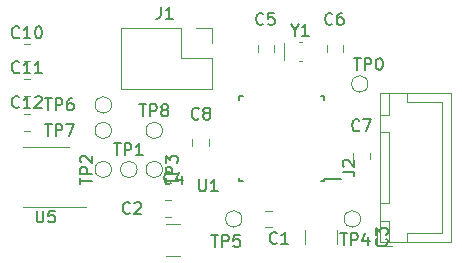
<source format=gbr>
G04 #@! TF.GenerationSoftware,KiCad,Pcbnew,(5.1.4)-1*
G04 #@! TF.CreationDate,2020-02-08T13:17:21-05:00*
G04 #@! TF.ProjectId,Torchic,546f7263-6869-4632-9e6b-696361645f70,rev?*
G04 #@! TF.SameCoordinates,Original*
G04 #@! TF.FileFunction,Legend,Top*
G04 #@! TF.FilePolarity,Positive*
%FSLAX46Y46*%
G04 Gerber Fmt 4.6, Leading zero omitted, Abs format (unit mm)*
G04 Created by KiCad (PCBNEW (5.1.4)-1) date 2020-02-08 13:17:21*
%MOMM*%
%LPD*%
G04 APERTURE LIST*
%ADD10C,0.120000*%
%ADD11C,0.150000*%
G04 APERTURE END LIST*
D10*
X93389000Y-59539000D02*
X94639000Y-59539000D01*
X93389000Y-58289000D02*
X93389000Y-59539000D01*
X98889000Y-47389000D02*
X98889000Y-52939000D01*
X95939000Y-47389000D02*
X98889000Y-47389000D01*
X95939000Y-46639000D02*
X95939000Y-47389000D01*
X98889000Y-58489000D02*
X98889000Y-52939000D01*
X95939000Y-58489000D02*
X98889000Y-58489000D01*
X95939000Y-59239000D02*
X95939000Y-58489000D01*
X93689000Y-46639000D02*
X93689000Y-48439000D01*
X94439000Y-46639000D02*
X93689000Y-46639000D01*
X94439000Y-48439000D02*
X94439000Y-46639000D01*
X93689000Y-48439000D02*
X94439000Y-48439000D01*
X93689000Y-57439000D02*
X93689000Y-59239000D01*
X94439000Y-57439000D02*
X93689000Y-57439000D01*
X94439000Y-59239000D02*
X94439000Y-57439000D01*
X93689000Y-59239000D02*
X94439000Y-59239000D01*
X93689000Y-49939000D02*
X93689000Y-55939000D01*
X94439000Y-49939000D02*
X93689000Y-49939000D01*
X94439000Y-55939000D02*
X94439000Y-49939000D01*
X93689000Y-55939000D02*
X94439000Y-55939000D01*
X93679000Y-46629000D02*
X93679000Y-59249000D01*
X99649000Y-46629000D02*
X93679000Y-46629000D01*
X99649000Y-59249000D02*
X99649000Y-46629000D01*
X93679000Y-59249000D02*
X99649000Y-59249000D01*
X75561436Y-60415000D02*
X76765564Y-60415000D01*
X75561436Y-57695000D02*
X76765564Y-57695000D01*
X87286000Y-58198936D02*
X87286000Y-59403064D01*
X90006000Y-58198936D02*
X90006000Y-59403064D01*
X85568800Y-42353800D02*
X85568800Y-43853800D01*
X86768800Y-43903800D02*
X87068800Y-43903800D01*
X86768800Y-42303800D02*
X87068800Y-42303800D01*
X65343000Y-56281000D02*
X68793000Y-56281000D01*
X65343000Y-56281000D02*
X63393000Y-56281000D01*
X65343000Y-51161000D02*
X67293000Y-51161000D01*
X65343000Y-51161000D02*
X63393000Y-51161000D01*
X63492748Y-49790000D02*
X64015252Y-49790000D01*
X63492748Y-48370000D02*
X64015252Y-48370000D01*
X63492748Y-46840000D02*
X64015252Y-46840000D01*
X63492748Y-45420000D02*
X64015252Y-45420000D01*
X63492748Y-43890000D02*
X64015252Y-43890000D01*
X63492748Y-42470000D02*
X64015252Y-42470000D01*
D11*
X88950000Y-53878000D02*
X90375000Y-53878000D01*
X81700000Y-54103000D02*
X82025000Y-54103000D01*
X81700000Y-46853000D02*
X82025000Y-46853000D01*
X88950000Y-46853000D02*
X88625000Y-46853000D01*
X88950000Y-54103000D02*
X88625000Y-54103000D01*
X88950000Y-46853000D02*
X88950000Y-47178000D01*
X81700000Y-46853000D02*
X81700000Y-47178000D01*
X81700000Y-54103000D02*
X81700000Y-53778000D01*
X88950000Y-54103000D02*
X88950000Y-53878000D01*
D10*
X75249000Y-49784000D02*
G75*
G03X75249000Y-49784000I-700000J0D01*
G01*
X70931000Y-49784000D02*
G75*
G03X70931000Y-49784000I-700000J0D01*
G01*
X70931000Y-47625000D02*
G75*
G03X70931000Y-47625000I-700000J0D01*
G01*
X81980000Y-57277000D02*
G75*
G03X81980000Y-57277000I-700000J0D01*
G01*
X92013000Y-57277000D02*
G75*
G03X92013000Y-57277000I-700000J0D01*
G01*
X75249000Y-53086000D02*
G75*
G03X75249000Y-53086000I-700000J0D01*
G01*
X70931000Y-53086000D02*
G75*
G03X70931000Y-53086000I-700000J0D01*
G01*
X73090000Y-53086000D02*
G75*
G03X73090000Y-53086000I-700000J0D01*
G01*
X92648000Y-45847000D02*
G75*
G03X92648000Y-45847000I-700000J0D01*
G01*
X84471252Y-56567000D02*
X83948748Y-56567000D01*
X84471252Y-57987000D02*
X83948748Y-57987000D01*
X91365000Y-51681748D02*
X91365000Y-52204252D01*
X92785000Y-51681748D02*
X92785000Y-52204252D01*
X77776000Y-50547748D02*
X77776000Y-51070252D01*
X79196000Y-50547748D02*
X79196000Y-51070252D01*
X84707800Y-43102052D02*
X84707800Y-42579548D01*
X83287800Y-43102052D02*
X83287800Y-42579548D01*
X90549800Y-43102052D02*
X90549800Y-42579548D01*
X89129800Y-43102052D02*
X89129800Y-42579548D01*
X75430748Y-57098000D02*
X75953252Y-57098000D01*
X75430748Y-55678000D02*
X75953252Y-55678000D01*
X79435000Y-41088000D02*
X79435000Y-42418000D01*
X78105000Y-41088000D02*
X79435000Y-41088000D01*
X79435000Y-43688000D02*
X79435000Y-46288000D01*
X76835000Y-43688000D02*
X79435000Y-43688000D01*
X76835000Y-41088000D02*
X76835000Y-43688000D01*
X79435000Y-46288000D02*
X71695000Y-46288000D01*
X76835000Y-41088000D02*
X71695000Y-41088000D01*
X71695000Y-41088000D02*
X71695000Y-46288000D01*
D11*
X90491380Y-53272333D02*
X91205666Y-53272333D01*
X91348523Y-53319952D01*
X91443761Y-53415190D01*
X91491380Y-53558047D01*
X91491380Y-53653285D01*
X90586619Y-52843761D02*
X90539000Y-52796142D01*
X90491380Y-52700904D01*
X90491380Y-52462809D01*
X90539000Y-52367571D01*
X90586619Y-52319952D01*
X90681857Y-52272333D01*
X90777095Y-52272333D01*
X90919952Y-52319952D01*
X91491380Y-52891380D01*
X91491380Y-52272333D01*
X75996833Y-54212142D02*
X75949214Y-54259761D01*
X75806357Y-54307380D01*
X75711119Y-54307380D01*
X75568261Y-54259761D01*
X75473023Y-54164523D01*
X75425404Y-54069285D01*
X75377785Y-53878809D01*
X75377785Y-53735952D01*
X75425404Y-53545476D01*
X75473023Y-53450238D01*
X75568261Y-53355000D01*
X75711119Y-53307380D01*
X75806357Y-53307380D01*
X75949214Y-53355000D01*
X75996833Y-53402619D01*
X76853976Y-53640714D02*
X76853976Y-54307380D01*
X76615880Y-53259761D02*
X76377785Y-53974047D01*
X76996833Y-53974047D01*
X94203142Y-58967666D02*
X94250761Y-59015285D01*
X94298380Y-59158142D01*
X94298380Y-59253380D01*
X94250761Y-59396238D01*
X94155523Y-59491476D01*
X94060285Y-59539095D01*
X93869809Y-59586714D01*
X93726952Y-59586714D01*
X93536476Y-59539095D01*
X93441238Y-59491476D01*
X93346000Y-59396238D01*
X93298380Y-59253380D01*
X93298380Y-59158142D01*
X93346000Y-59015285D01*
X93393619Y-58967666D01*
X93298380Y-58634333D02*
X93298380Y-58015285D01*
X93679333Y-58348619D01*
X93679333Y-58205761D01*
X93726952Y-58110523D01*
X93774571Y-58062904D01*
X93869809Y-58015285D01*
X94107904Y-58015285D01*
X94203142Y-58062904D01*
X94250761Y-58110523D01*
X94298380Y-58205761D01*
X94298380Y-58491476D01*
X94250761Y-58586714D01*
X94203142Y-58634333D01*
X86442609Y-41279990D02*
X86442609Y-41756180D01*
X86109276Y-40756180D02*
X86442609Y-41279990D01*
X86775942Y-40756180D01*
X87633085Y-41756180D02*
X87061657Y-41756180D01*
X87347371Y-41756180D02*
X87347371Y-40756180D01*
X87252133Y-40899038D01*
X87156895Y-40994276D01*
X87061657Y-41041895D01*
X64581095Y-56573380D02*
X64581095Y-57382904D01*
X64628714Y-57478142D01*
X64676333Y-57525761D01*
X64771571Y-57573380D01*
X64962047Y-57573380D01*
X65057285Y-57525761D01*
X65104904Y-57478142D01*
X65152523Y-57382904D01*
X65152523Y-56573380D01*
X66104904Y-56573380D02*
X65628714Y-56573380D01*
X65581095Y-57049571D01*
X65628714Y-57001952D01*
X65723952Y-56954333D01*
X65962047Y-56954333D01*
X66057285Y-57001952D01*
X66104904Y-57049571D01*
X66152523Y-57144809D01*
X66152523Y-57382904D01*
X66104904Y-57478142D01*
X66057285Y-57525761D01*
X65962047Y-57573380D01*
X65723952Y-57573380D01*
X65628714Y-57525761D01*
X65581095Y-57478142D01*
X63111142Y-47787142D02*
X63063523Y-47834761D01*
X62920666Y-47882380D01*
X62825428Y-47882380D01*
X62682571Y-47834761D01*
X62587333Y-47739523D01*
X62539714Y-47644285D01*
X62492095Y-47453809D01*
X62492095Y-47310952D01*
X62539714Y-47120476D01*
X62587333Y-47025238D01*
X62682571Y-46930000D01*
X62825428Y-46882380D01*
X62920666Y-46882380D01*
X63063523Y-46930000D01*
X63111142Y-46977619D01*
X64063523Y-47882380D02*
X63492095Y-47882380D01*
X63777809Y-47882380D02*
X63777809Y-46882380D01*
X63682571Y-47025238D01*
X63587333Y-47120476D01*
X63492095Y-47168095D01*
X64444476Y-46977619D02*
X64492095Y-46930000D01*
X64587333Y-46882380D01*
X64825428Y-46882380D01*
X64920666Y-46930000D01*
X64968285Y-46977619D01*
X65015904Y-47072857D01*
X65015904Y-47168095D01*
X64968285Y-47310952D01*
X64396857Y-47882380D01*
X65015904Y-47882380D01*
X63111142Y-44837142D02*
X63063523Y-44884761D01*
X62920666Y-44932380D01*
X62825428Y-44932380D01*
X62682571Y-44884761D01*
X62587333Y-44789523D01*
X62539714Y-44694285D01*
X62492095Y-44503809D01*
X62492095Y-44360952D01*
X62539714Y-44170476D01*
X62587333Y-44075238D01*
X62682571Y-43980000D01*
X62825428Y-43932380D01*
X62920666Y-43932380D01*
X63063523Y-43980000D01*
X63111142Y-44027619D01*
X64063523Y-44932380D02*
X63492095Y-44932380D01*
X63777809Y-44932380D02*
X63777809Y-43932380D01*
X63682571Y-44075238D01*
X63587333Y-44170476D01*
X63492095Y-44218095D01*
X65015904Y-44932380D02*
X64444476Y-44932380D01*
X64730190Y-44932380D02*
X64730190Y-43932380D01*
X64634952Y-44075238D01*
X64539714Y-44170476D01*
X64444476Y-44218095D01*
X63111142Y-41887142D02*
X63063523Y-41934761D01*
X62920666Y-41982380D01*
X62825428Y-41982380D01*
X62682571Y-41934761D01*
X62587333Y-41839523D01*
X62539714Y-41744285D01*
X62492095Y-41553809D01*
X62492095Y-41410952D01*
X62539714Y-41220476D01*
X62587333Y-41125238D01*
X62682571Y-41030000D01*
X62825428Y-40982380D01*
X62920666Y-40982380D01*
X63063523Y-41030000D01*
X63111142Y-41077619D01*
X64063523Y-41982380D02*
X63492095Y-41982380D01*
X63777809Y-41982380D02*
X63777809Y-40982380D01*
X63682571Y-41125238D01*
X63587333Y-41220476D01*
X63492095Y-41268095D01*
X64682571Y-40982380D02*
X64777809Y-40982380D01*
X64873047Y-41030000D01*
X64920666Y-41077619D01*
X64968285Y-41172857D01*
X65015904Y-41363333D01*
X65015904Y-41601428D01*
X64968285Y-41791904D01*
X64920666Y-41887142D01*
X64873047Y-41934761D01*
X64777809Y-41982380D01*
X64682571Y-41982380D01*
X64587333Y-41934761D01*
X64539714Y-41887142D01*
X64492095Y-41791904D01*
X64444476Y-41601428D01*
X64444476Y-41363333D01*
X64492095Y-41172857D01*
X64539714Y-41077619D01*
X64587333Y-41030000D01*
X64682571Y-40982380D01*
X78359095Y-53935380D02*
X78359095Y-54744904D01*
X78406714Y-54840142D01*
X78454333Y-54887761D01*
X78549571Y-54935380D01*
X78740047Y-54935380D01*
X78835285Y-54887761D01*
X78882904Y-54840142D01*
X78930523Y-54744904D01*
X78930523Y-53935380D01*
X79930523Y-54935380D02*
X79359095Y-54935380D01*
X79644809Y-54935380D02*
X79644809Y-53935380D01*
X79549571Y-54078238D01*
X79454333Y-54173476D01*
X79359095Y-54221095D01*
X73287095Y-47585380D02*
X73858523Y-47585380D01*
X73572809Y-48585380D02*
X73572809Y-47585380D01*
X74191857Y-48585380D02*
X74191857Y-47585380D01*
X74572809Y-47585380D01*
X74668047Y-47633000D01*
X74715666Y-47680619D01*
X74763285Y-47775857D01*
X74763285Y-47918714D01*
X74715666Y-48013952D01*
X74668047Y-48061571D01*
X74572809Y-48109190D01*
X74191857Y-48109190D01*
X75334714Y-48013952D02*
X75239476Y-47966333D01*
X75191857Y-47918714D01*
X75144238Y-47823476D01*
X75144238Y-47775857D01*
X75191857Y-47680619D01*
X75239476Y-47633000D01*
X75334714Y-47585380D01*
X75525190Y-47585380D01*
X75620428Y-47633000D01*
X75668047Y-47680619D01*
X75715666Y-47775857D01*
X75715666Y-47823476D01*
X75668047Y-47918714D01*
X75620428Y-47966333D01*
X75525190Y-48013952D01*
X75334714Y-48013952D01*
X75239476Y-48061571D01*
X75191857Y-48109190D01*
X75144238Y-48204428D01*
X75144238Y-48394904D01*
X75191857Y-48490142D01*
X75239476Y-48537761D01*
X75334714Y-48585380D01*
X75525190Y-48585380D01*
X75620428Y-48537761D01*
X75668047Y-48490142D01*
X75715666Y-48394904D01*
X75715666Y-48204428D01*
X75668047Y-48109190D01*
X75620428Y-48061571D01*
X75525190Y-48013952D01*
X65286095Y-49236380D02*
X65857523Y-49236380D01*
X65571809Y-50236380D02*
X65571809Y-49236380D01*
X66190857Y-50236380D02*
X66190857Y-49236380D01*
X66571809Y-49236380D01*
X66667047Y-49284000D01*
X66714666Y-49331619D01*
X66762285Y-49426857D01*
X66762285Y-49569714D01*
X66714666Y-49664952D01*
X66667047Y-49712571D01*
X66571809Y-49760190D01*
X66190857Y-49760190D01*
X67095619Y-49236380D02*
X67762285Y-49236380D01*
X67333714Y-50236380D01*
X65286095Y-47077380D02*
X65857523Y-47077380D01*
X65571809Y-48077380D02*
X65571809Y-47077380D01*
X66190857Y-48077380D02*
X66190857Y-47077380D01*
X66571809Y-47077380D01*
X66667047Y-47125000D01*
X66714666Y-47172619D01*
X66762285Y-47267857D01*
X66762285Y-47410714D01*
X66714666Y-47505952D01*
X66667047Y-47553571D01*
X66571809Y-47601190D01*
X66190857Y-47601190D01*
X67619428Y-47077380D02*
X67428952Y-47077380D01*
X67333714Y-47125000D01*
X67286095Y-47172619D01*
X67190857Y-47315476D01*
X67143238Y-47505952D01*
X67143238Y-47886904D01*
X67190857Y-47982142D01*
X67238476Y-48029761D01*
X67333714Y-48077380D01*
X67524190Y-48077380D01*
X67619428Y-48029761D01*
X67667047Y-47982142D01*
X67714666Y-47886904D01*
X67714666Y-47648809D01*
X67667047Y-47553571D01*
X67619428Y-47505952D01*
X67524190Y-47458333D01*
X67333714Y-47458333D01*
X67238476Y-47505952D01*
X67190857Y-47553571D01*
X67143238Y-47648809D01*
X79383095Y-58634380D02*
X79954523Y-58634380D01*
X79668809Y-59634380D02*
X79668809Y-58634380D01*
X80287857Y-59634380D02*
X80287857Y-58634380D01*
X80668809Y-58634380D01*
X80764047Y-58682000D01*
X80811666Y-58729619D01*
X80859285Y-58824857D01*
X80859285Y-58967714D01*
X80811666Y-59062952D01*
X80764047Y-59110571D01*
X80668809Y-59158190D01*
X80287857Y-59158190D01*
X81764047Y-58634380D02*
X81287857Y-58634380D01*
X81240238Y-59110571D01*
X81287857Y-59062952D01*
X81383095Y-59015333D01*
X81621190Y-59015333D01*
X81716428Y-59062952D01*
X81764047Y-59110571D01*
X81811666Y-59205809D01*
X81811666Y-59443904D01*
X81764047Y-59539142D01*
X81716428Y-59586761D01*
X81621190Y-59634380D01*
X81383095Y-59634380D01*
X81287857Y-59586761D01*
X81240238Y-59539142D01*
X90305095Y-58507380D02*
X90876523Y-58507380D01*
X90590809Y-59507380D02*
X90590809Y-58507380D01*
X91209857Y-59507380D02*
X91209857Y-58507380D01*
X91590809Y-58507380D01*
X91686047Y-58555000D01*
X91733666Y-58602619D01*
X91781285Y-58697857D01*
X91781285Y-58840714D01*
X91733666Y-58935952D01*
X91686047Y-58983571D01*
X91590809Y-59031190D01*
X91209857Y-59031190D01*
X92638428Y-58840714D02*
X92638428Y-59507380D01*
X92400333Y-58459761D02*
X92162238Y-59174047D01*
X92781285Y-59174047D01*
X75525380Y-54347904D02*
X75525380Y-53776476D01*
X76525380Y-54062190D02*
X75525380Y-54062190D01*
X76525380Y-53443142D02*
X75525380Y-53443142D01*
X75525380Y-53062190D01*
X75573000Y-52966952D01*
X75620619Y-52919333D01*
X75715857Y-52871714D01*
X75858714Y-52871714D01*
X75953952Y-52919333D01*
X76001571Y-52966952D01*
X76049190Y-53062190D01*
X76049190Y-53443142D01*
X75525380Y-52538380D02*
X75525380Y-51919333D01*
X75906333Y-52252666D01*
X75906333Y-52109809D01*
X75953952Y-52014571D01*
X76001571Y-51966952D01*
X76096809Y-51919333D01*
X76334904Y-51919333D01*
X76430142Y-51966952D01*
X76477761Y-52014571D01*
X76525380Y-52109809D01*
X76525380Y-52395523D01*
X76477761Y-52490761D01*
X76430142Y-52538380D01*
X68286380Y-54347904D02*
X68286380Y-53776476D01*
X69286380Y-54062190D02*
X68286380Y-54062190D01*
X69286380Y-53443142D02*
X68286380Y-53443142D01*
X68286380Y-53062190D01*
X68334000Y-52966952D01*
X68381619Y-52919333D01*
X68476857Y-52871714D01*
X68619714Y-52871714D01*
X68714952Y-52919333D01*
X68762571Y-52966952D01*
X68810190Y-53062190D01*
X68810190Y-53443142D01*
X68381619Y-52490761D02*
X68334000Y-52443142D01*
X68286380Y-52347904D01*
X68286380Y-52109809D01*
X68334000Y-52014571D01*
X68381619Y-51966952D01*
X68476857Y-51919333D01*
X68572095Y-51919333D01*
X68714952Y-51966952D01*
X69286380Y-52538380D01*
X69286380Y-51919333D01*
X71128095Y-50887380D02*
X71699523Y-50887380D01*
X71413809Y-51887380D02*
X71413809Y-50887380D01*
X72032857Y-51887380D02*
X72032857Y-50887380D01*
X72413809Y-50887380D01*
X72509047Y-50935000D01*
X72556666Y-50982619D01*
X72604285Y-51077857D01*
X72604285Y-51220714D01*
X72556666Y-51315952D01*
X72509047Y-51363571D01*
X72413809Y-51411190D01*
X72032857Y-51411190D01*
X73556666Y-51887380D02*
X72985238Y-51887380D01*
X73270952Y-51887380D02*
X73270952Y-50887380D01*
X73175714Y-51030238D01*
X73080476Y-51125476D01*
X72985238Y-51173095D01*
X91448095Y-43648380D02*
X92019523Y-43648380D01*
X91733809Y-44648380D02*
X91733809Y-43648380D01*
X92352857Y-44648380D02*
X92352857Y-43648380D01*
X92733809Y-43648380D01*
X92829047Y-43696000D01*
X92876666Y-43743619D01*
X92924285Y-43838857D01*
X92924285Y-43981714D01*
X92876666Y-44076952D01*
X92829047Y-44124571D01*
X92733809Y-44172190D01*
X92352857Y-44172190D01*
X93543333Y-43648380D02*
X93638571Y-43648380D01*
X93733809Y-43696000D01*
X93781428Y-43743619D01*
X93829047Y-43838857D01*
X93876666Y-44029333D01*
X93876666Y-44267428D01*
X93829047Y-44457904D01*
X93781428Y-44553142D01*
X93733809Y-44600761D01*
X93638571Y-44648380D01*
X93543333Y-44648380D01*
X93448095Y-44600761D01*
X93400476Y-44553142D01*
X93352857Y-44457904D01*
X93305238Y-44267428D01*
X93305238Y-44029333D01*
X93352857Y-43838857D01*
X93400476Y-43743619D01*
X93448095Y-43696000D01*
X93543333Y-43648380D01*
X84923333Y-59285142D02*
X84875714Y-59332761D01*
X84732857Y-59380380D01*
X84637619Y-59380380D01*
X84494761Y-59332761D01*
X84399523Y-59237523D01*
X84351904Y-59142285D01*
X84304285Y-58951809D01*
X84304285Y-58808952D01*
X84351904Y-58618476D01*
X84399523Y-58523238D01*
X84494761Y-58428000D01*
X84637619Y-58380380D01*
X84732857Y-58380380D01*
X84875714Y-58428000D01*
X84923333Y-58475619D01*
X85875714Y-59380380D02*
X85304285Y-59380380D01*
X85590000Y-59380380D02*
X85590000Y-58380380D01*
X85494761Y-58523238D01*
X85399523Y-58618476D01*
X85304285Y-58666095D01*
X91908333Y-49760142D02*
X91860714Y-49807761D01*
X91717857Y-49855380D01*
X91622619Y-49855380D01*
X91479761Y-49807761D01*
X91384523Y-49712523D01*
X91336904Y-49617285D01*
X91289285Y-49426809D01*
X91289285Y-49283952D01*
X91336904Y-49093476D01*
X91384523Y-48998238D01*
X91479761Y-48903000D01*
X91622619Y-48855380D01*
X91717857Y-48855380D01*
X91860714Y-48903000D01*
X91908333Y-48950619D01*
X92241666Y-48855380D02*
X92908333Y-48855380D01*
X92479761Y-49855380D01*
X78319333Y-48762142D02*
X78271714Y-48809761D01*
X78128857Y-48857380D01*
X78033619Y-48857380D01*
X77890761Y-48809761D01*
X77795523Y-48714523D01*
X77747904Y-48619285D01*
X77700285Y-48428809D01*
X77700285Y-48285952D01*
X77747904Y-48095476D01*
X77795523Y-48000238D01*
X77890761Y-47905000D01*
X78033619Y-47857380D01*
X78128857Y-47857380D01*
X78271714Y-47905000D01*
X78319333Y-47952619D01*
X78890761Y-48285952D02*
X78795523Y-48238333D01*
X78747904Y-48190714D01*
X78700285Y-48095476D01*
X78700285Y-48047857D01*
X78747904Y-47952619D01*
X78795523Y-47905000D01*
X78890761Y-47857380D01*
X79081238Y-47857380D01*
X79176476Y-47905000D01*
X79224095Y-47952619D01*
X79271714Y-48047857D01*
X79271714Y-48095476D01*
X79224095Y-48190714D01*
X79176476Y-48238333D01*
X79081238Y-48285952D01*
X78890761Y-48285952D01*
X78795523Y-48333571D01*
X78747904Y-48381190D01*
X78700285Y-48476428D01*
X78700285Y-48666904D01*
X78747904Y-48762142D01*
X78795523Y-48809761D01*
X78890761Y-48857380D01*
X79081238Y-48857380D01*
X79176476Y-48809761D01*
X79224095Y-48762142D01*
X79271714Y-48666904D01*
X79271714Y-48476428D01*
X79224095Y-48381190D01*
X79176476Y-48333571D01*
X79081238Y-48285952D01*
X83780333Y-40743142D02*
X83732714Y-40790761D01*
X83589857Y-40838380D01*
X83494619Y-40838380D01*
X83351761Y-40790761D01*
X83256523Y-40695523D01*
X83208904Y-40600285D01*
X83161285Y-40409809D01*
X83161285Y-40266952D01*
X83208904Y-40076476D01*
X83256523Y-39981238D01*
X83351761Y-39886000D01*
X83494619Y-39838380D01*
X83589857Y-39838380D01*
X83732714Y-39886000D01*
X83780333Y-39933619D01*
X84685095Y-39838380D02*
X84208904Y-39838380D01*
X84161285Y-40314571D01*
X84208904Y-40266952D01*
X84304142Y-40219333D01*
X84542238Y-40219333D01*
X84637476Y-40266952D01*
X84685095Y-40314571D01*
X84732714Y-40409809D01*
X84732714Y-40647904D01*
X84685095Y-40743142D01*
X84637476Y-40790761D01*
X84542238Y-40838380D01*
X84304142Y-40838380D01*
X84208904Y-40790761D01*
X84161285Y-40743142D01*
X89622333Y-40743142D02*
X89574714Y-40790761D01*
X89431857Y-40838380D01*
X89336619Y-40838380D01*
X89193761Y-40790761D01*
X89098523Y-40695523D01*
X89050904Y-40600285D01*
X89003285Y-40409809D01*
X89003285Y-40266952D01*
X89050904Y-40076476D01*
X89098523Y-39981238D01*
X89193761Y-39886000D01*
X89336619Y-39838380D01*
X89431857Y-39838380D01*
X89574714Y-39886000D01*
X89622333Y-39933619D01*
X90479476Y-39838380D02*
X90289000Y-39838380D01*
X90193761Y-39886000D01*
X90146142Y-39933619D01*
X90050904Y-40076476D01*
X90003285Y-40266952D01*
X90003285Y-40647904D01*
X90050904Y-40743142D01*
X90098523Y-40790761D01*
X90193761Y-40838380D01*
X90384238Y-40838380D01*
X90479476Y-40790761D01*
X90527095Y-40743142D01*
X90574714Y-40647904D01*
X90574714Y-40409809D01*
X90527095Y-40314571D01*
X90479476Y-40266952D01*
X90384238Y-40219333D01*
X90193761Y-40219333D01*
X90098523Y-40266952D01*
X90050904Y-40314571D01*
X90003285Y-40409809D01*
X72477333Y-56745142D02*
X72429714Y-56792761D01*
X72286857Y-56840380D01*
X72191619Y-56840380D01*
X72048761Y-56792761D01*
X71953523Y-56697523D01*
X71905904Y-56602285D01*
X71858285Y-56411809D01*
X71858285Y-56268952D01*
X71905904Y-56078476D01*
X71953523Y-55983238D01*
X72048761Y-55888000D01*
X72191619Y-55840380D01*
X72286857Y-55840380D01*
X72429714Y-55888000D01*
X72477333Y-55935619D01*
X72858285Y-55935619D02*
X72905904Y-55888000D01*
X73001142Y-55840380D01*
X73239238Y-55840380D01*
X73334476Y-55888000D01*
X73382095Y-55935619D01*
X73429714Y-56030857D01*
X73429714Y-56126095D01*
X73382095Y-56268952D01*
X72810666Y-56840380D01*
X73429714Y-56840380D01*
X75104666Y-39330380D02*
X75104666Y-40044666D01*
X75057047Y-40187523D01*
X74961809Y-40282761D01*
X74818952Y-40330380D01*
X74723714Y-40330380D01*
X76104666Y-40330380D02*
X75533238Y-40330380D01*
X75818952Y-40330380D02*
X75818952Y-39330380D01*
X75723714Y-39473238D01*
X75628476Y-39568476D01*
X75533238Y-39616095D01*
M02*

</source>
